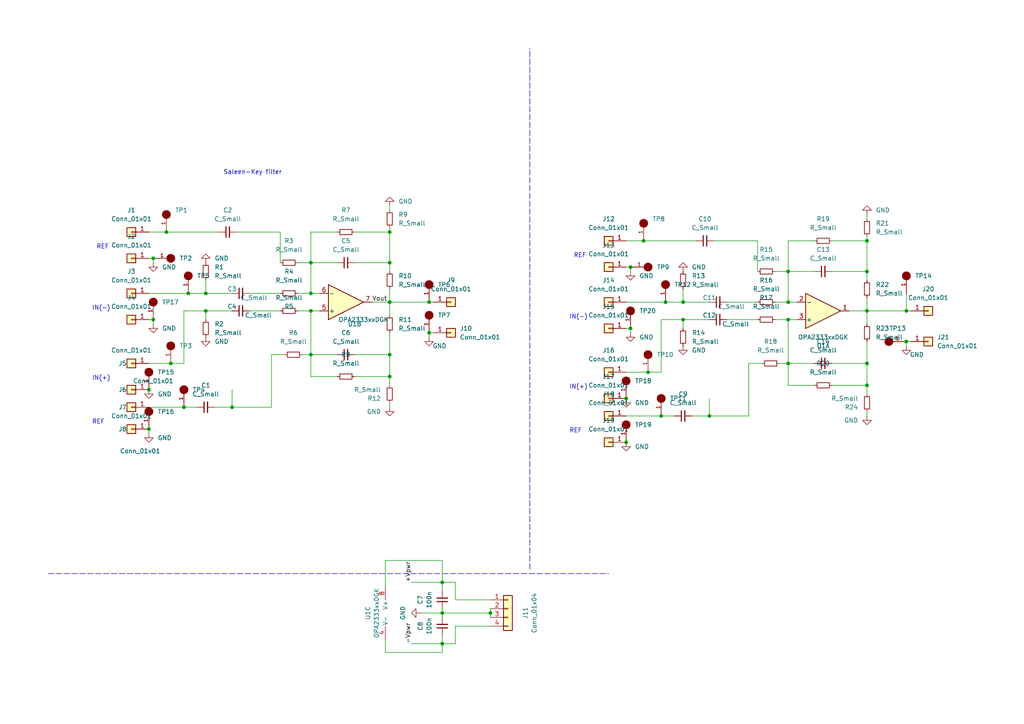
<source format=kicad_sch>
(kicad_sch (version 20211123) (generator eeschema)
  (paper "A4")
  (lib_symbols
    (symbol "Amplifier_Operational:OPA2333xxDGK" (pin_names (offset 0.127))
      (property "Reference" "U" (at 0 5.08 0))
      (property "Value" "OPA2333xxDGK" (at 0 -5.08 0))
      (symbol "OPA2333xxDGK_1_1"
        (polyline (pts (xy -5.08 5.08) (xy 5.08 0) (xy -5.08 -5.08) (xy -5.08 5.08)) (stroke (width 0.254)) (fill (type background)))
        (pin output line (at 7.62 0 180) (length 2.54) (name "~") (number "1"))
        (pin input line (at -7.62 -2.54 0) (length 2.54) (name "-") (number "2"))
        (pin input line (at -7.62 2.54 0) (length 2.54) (name "+") (number "3"))
      )
      (symbol "OPA2333xxDGK_2_1"
        (polyline (pts (xy -5.08 5.08) (xy 5.08 0) (xy -5.08 -5.08) (xy -5.08 5.08)) (stroke (width 0.254)) (fill (type background)))
        (pin input line (at -7.62 2.54 0) (length 2.54) (name "+") (number "5"))
        (pin input line (at -7.62 -2.54 0) (length 2.54) (name "-") (number "6"))
        (pin output line (at 7.62 0 180) (length 2.54) (name "~") (number "7"))
      )
      (symbol "OPA2333xxDGK_3_1"
        (pin power_in line (at -2.54 -7.62 90) (length 3.81) (name "V-") (number "4"))
        (pin power_in line (at -2.54 7.62 270) (length 3.81) (name "V+") (number "8"))
      )
    )
    (symbol "Connector_Generic:Conn_01x01" (pin_names (offset 1.016) hide)
      (property "Reference" "J" (at 0 2.54 0))
      (property "Value" "Conn_01x01" (at 0 -2.54 0))
      (symbol "Conn_01x01_1_1"
        (rectangle (start -1.27 0.127) (end 0 -0.127) (stroke (width 0.1524)))
        (rectangle (start -1.27 1.27) (end 1.27 -1.27) (stroke (width 0.254)) (fill (type background)))
        (pin passive line (at -5.08 0 0) (length 3.81) (name "Pin_1") (number "1"))
      )
    )
    (symbol "Connector_Generic:Conn_01x04" (pin_names (offset 1.016) hide)
      (property "Reference" "J" (at 0 5.08 0))
      (property "Value" "Conn_01x04" (at 0 -7.62 0))
      (symbol "Conn_01x04_1_1"
        (rectangle (start -1.27 -4.953) (end 0 -5.207) (stroke (width 0.1524)))
        (rectangle (start -1.27 -2.413) (end 0 -2.667) (stroke (width 0.1524)))
        (rectangle (start -1.27 0.127) (end 0 -0.127) (stroke (width 0.1524)))
        (rectangle (start -1.27 2.667) (end 0 2.413) (stroke (width 0.1524)))
        (rectangle (start -1.27 3.81) (end 1.27 -6.35) (stroke (width 0.254)) (fill (type background)))
        (pin passive line (at -5.08 2.54 0) (length 3.81) (name "Pin_1") (number "1"))
        (pin passive line (at -5.08 0 0) (length 3.81) (name "Pin_2") (number "2"))
        (pin passive line (at -5.08 -2.54 0) (length 3.81) (name "Pin_3") (number "3"))
        (pin passive line (at -5.08 -5.08 0) (length 3.81) (name "Pin_4") (number "4"))
      )
    )
    (symbol "Device:C_Small" (pin_numbers hide) (pin_names (offset 0.254) hide)
      (property "Reference" "C" (at 0.254 1.778 0))
      (property "Value" "C_Small" (at 0.254 -2.032 0))
      (symbol "C_Small_0_1"
        (polyline (pts (xy -1.524 -0.508) (xy 1.524 -0.508)) (stroke (width 0.3302)))
        (polyline (pts (xy -1.524 0.508) (xy 1.524 0.508)) (stroke (width 0.3048)))
      )
      (symbol "C_Small_1_1"
        (pin passive line (at 0 2.54 270) (length 2.032) (name "~") (number "1"))
        (pin passive line (at 0 -2.54 90) (length 2.032) (name "~") (number "2"))
      )
    )
    (symbol "Device:R_Small" (pin_numbers hide) (pin_names (offset 0.254) hide)
      (property "Reference" "R" (at 0.762 0.508 0))
      (property "Value" "R_Small" (at 0.762 -1.016 0))
      (symbol "R_Small_0_1"
        (rectangle (start -0.762 1.778) (end 0.762 -1.778) (stroke (width 0.2032)))
      )
      (symbol "R_Small_1_1"
        (pin passive line (at 0 2.54 270) (length 0.762) (name "~") (number "1"))
        (pin passive line (at 0 -2.54 90) (length 0.762) (name "~") (number "2"))
      )
    )
    (symbol "MyLib:RCWCTE" (pin_names (offset 1.016))
      (property "Reference" "TP" (at -2.5444 2.5415 0))
      (property "Value" "RCWCTE" (at -2.55 -5.0866 0))
      (symbol "RCWCTE_0_0"
        (circle (center 0 0) (radius 0.635) (stroke (width 1.27)))
        (pin passive line (at -5.08 0 0) (length 5.08) (name "~") (number "1"))
      )
    )
    (symbol "power:GND" (power) (pin_names (offset 0))
      (property "Value" "GND" (at 0 -3.81 0))
      (symbol "GND_0_1"
        (polyline (pts (xy 0 0) (xy 0 -1.27) (xy 1.27 -1.27) (xy 0 -2.54) (xy -1.27 -1.27) (xy 0 -1.27)))
      )
      (symbol "GND_1_1"
        (pin power_in line (at 0 0 270) (length 0) hide (name "GND") (number "1"))
      )
    )
  )
  (junction (at 228.6 78.74))
  (junction (at 59.69 85.09))
  (junction (at 228.6 105.41))
  (junction (at 59.69 90.17))
  (junction (at 205.74 120.65))
  (junction (at 182.88 95.25))
  (junction (at 142.24 177.8))
  (junction (at 90.17 90.17))
  (junction (at 198.12 87.63))
  (junction (at 181.61 128.27))
  (junction (at 251.46 78.74))
  (junction (at 90.17 102.87))
  (junction (at 113.03 109.22))
  (junction (at 198.12 92.71))
  (junction (at 90.17 85.09))
  (junction (at 128.27 168.91))
  (junction (at 128.27 186.69))
  (junction (at 44.45 74.93))
  (junction (at 113.03 87.63))
  (junction (at 113.03 76.2))
  (junction (at 113.03 67.31))
  (junction (at 251.46 69.85))
  (junction (at 228.6 92.71))
  (junction (at 67.31 118.11))
  (junction (at 186.69 69.85))
  (junction (at 124.46 87.63))
  (junction (at 182.88 77.47))
  (junction (at 193.04 87.63))
  (junction (at 113.03 102.87))
  (junction (at 43.18 113.03))
  (junction (at 44.45 92.71))
  (junction (at 181.61 115.57))
  (junction (at 124.46 96.52))
  (junction (at 54.61 85.09))
  (junction (at 43.18 124.46))
  (junction (at 262.89 99.06))
  (junction (at 90.17 76.2))
  (junction (at 251.46 105.41))
  (junction (at 187.96 107.95))
  (junction (at 251.46 111.76))
  (junction (at 191.77 120.65))
  (junction (at 53.34 118.11))
  (junction (at 49.53 105.41))
  (junction (at 228.6 87.63))
  (junction (at 251.46 90.17))
  (junction (at 48.26 67.31))
  (junction (at 128.27 177.8))
  (junction (at 262.89 90.17))
  (wire (pts (xy 90.17 102.87) (xy 90.17 90.17)))
  (wire (pts (xy 205.74 92.71) (xy 198.12 92.71)))
  (wire (pts (xy 181.61 77.47) (xy 182.88 77.47)))
  (wire (pts (xy 113.03 109.22) (xy 113.03 102.87)))
  (wire (pts (xy 224.79 78.74) (xy 228.6 78.74)))
  (wire (pts (xy 53.34 90.17) (xy 59.69 90.17)))
  (wire (pts (xy 102.87 102.87) (xy 113.03 102.87)))
  (wire (pts (xy 210.82 87.63) (xy 219.71 87.63)))
  (wire (pts (xy 113.03 66.04) (xy 113.03 67.31)))
  (wire (pts (xy 48.26 67.31) (xy 63.5 67.31)))
  (wire (pts (xy 132.08 181.61) (xy 142.24 181.61)))
  (wire (pts (xy 128.27 171.45) (xy 128.27 168.91)))
  (wire (pts (xy 102.87 109.22) (xy 113.03 109.22)))
  (wire (pts (xy 128.27 177.8) (xy 142.24 177.8)))
  (wire (pts (xy 251.46 86.36) (xy 251.46 90.17)))
  (wire (pts (xy 62.23 118.11) (xy 67.31 118.11)))
  (wire (pts (xy 251.46 111.76) (xy 251.46 114.3)))
  (wire (pts (xy 90.17 102.87) (xy 97.79 102.87)))
  (wire (pts (xy 200.66 120.65) (xy 205.74 120.65)))
  (wire (pts (xy 87.63 102.87) (xy 90.17 102.87)))
  (wire (pts (xy 111.76 162.56) (xy 128.27 162.56)))
  (wire (pts (xy 236.22 69.85) (xy 228.6 69.85)))
  (wire (pts (xy 43.18 92.71) (xy 44.45 92.71)))
  (wire (pts (xy 125.73 96.52) (xy 124.46 96.52)))
  (wire (pts (xy 193.04 87.63) (xy 198.12 87.63)))
  (wire (pts (xy 210.82 92.71) (xy 219.71 92.71)))
  (wire (pts (xy 142.24 179.07) (xy 142.24 177.8)))
  (wire (pts (xy 78.74 102.87) (xy 82.55 102.87)))
  (wire (pts (xy 228.6 69.85) (xy 228.6 78.74)))
  (wire (pts (xy 67.31 113.03) (xy 67.31 118.11)))
  (wire (pts (xy 43.18 105.41) (xy 49.53 105.41)))
  (wire (pts (xy 198.12 92.71) (xy 198.12 95.25)))
  (wire (pts (xy 90.17 76.2) (xy 90.17 85.09)))
  (wire (pts (xy 187.96 107.95) (xy 191.77 107.95)))
  (wire (pts (xy 121.92 177.8) (xy 128.27 177.8)))
  (wire (pts (xy 205.74 115.57) (xy 205.74 120.65)))
  (wire (pts (xy 181.61 69.85) (xy 186.69 69.85)))
  (wire (pts (xy 44.45 74.93) (xy 44.45 76.2)))
  (wire (pts (xy 86.36 90.17) (xy 90.17 90.17)))
  (wire (pts (xy 228.6 105.41) (xy 236.22 105.41)))
  (wire (pts (xy 44.45 92.71) (xy 44.45 93.98)))
  (wire (pts (xy 128.27 186.69) (xy 132.08 186.69)))
  (wire (pts (xy 251.46 90.17) (xy 246.38 90.17)))
  (wire (pts (xy 113.03 87.63) (xy 107.95 87.63)))
  (wire (pts (xy 191.77 120.65) (xy 195.58 120.65)))
  (wire (pts (xy 132.08 173.99) (xy 132.08 168.91)))
  (wire (pts (xy 102.87 67.31) (xy 113.03 67.31)))
  (wire (pts (xy 43.18 85.09) (xy 54.61 85.09)))
  (wire (pts (xy 191.77 92.71) (xy 198.12 92.71)))
  (wire (pts (xy 113.03 102.87) (xy 113.03 96.52)))
  (wire (pts (xy 113.03 59.69) (xy 113.03 60.96)))
  (wire (pts (xy 251.46 62.23) (xy 251.46 63.5)))
  (wire (pts (xy 207.01 69.85) (xy 219.71 69.85)))
  (wire (pts (xy 81.28 67.31) (xy 81.28 76.2)))
  (wire (pts (xy 224.79 92.71) (xy 228.6 92.71)))
  (wire (pts (xy 49.53 105.41) (xy 53.34 105.41)))
  (wire (pts (xy 113.03 76.2) (xy 113.03 78.74)))
  (wire (pts (xy 67.31 90.17) (xy 59.69 90.17)))
  (wire (pts (xy 128.27 179.07) (xy 128.27 177.8)))
  (polyline (pts (xy 13.97 166.37) (xy 176.53 166.37)))
  (wire (pts (xy 113.03 87.63) (xy 124.46 87.63)))
  (wire (pts (xy 111.76 185.42) (xy 111.76 189.23)))
  (wire (pts (xy 86.36 85.09) (xy 90.17 85.09)))
  (wire (pts (xy 132.08 173.99) (xy 142.24 173.99)))
  (wire (pts (xy 251.46 68.58) (xy 251.46 69.85)))
  (wire (pts (xy 59.69 90.17) (xy 59.69 92.71)))
  (wire (pts (xy 124.46 87.63) (xy 125.73 87.63)))
  (wire (pts (xy 198.12 87.63) (xy 205.74 87.63)))
  (wire (pts (xy 86.36 76.2) (xy 90.17 76.2)))
  (wire (pts (xy 228.6 92.71) (xy 231.14 92.71)))
  (wire (pts (xy 251.46 111.76) (xy 251.46 105.41)))
  (wire (pts (xy 113.03 67.31) (xy 113.03 76.2)))
  (wire (pts (xy 43.18 124.46) (xy 43.18 125.73)))
  (wire (pts (xy 111.76 170.18) (xy 111.76 162.56)))
  (wire (pts (xy 119.38 186.69) (xy 128.27 186.69)))
  (wire (pts (xy 43.18 67.31) (xy 48.26 67.31)))
  (wire (pts (xy 217.17 120.65) (xy 217.17 105.41)))
  (wire (pts (xy 228.6 111.76) (xy 228.6 105.41)))
  (wire (pts (xy 119.38 168.91) (xy 128.27 168.91)))
  (wire (pts (xy 241.3 111.76) (xy 251.46 111.76)))
  (wire (pts (xy 59.69 85.09) (xy 67.31 85.09)))
  (wire (pts (xy 186.69 69.85) (xy 201.93 69.85)))
  (wire (pts (xy 59.69 81.28) (xy 59.69 85.09)))
  (wire (pts (xy 128.27 186.69) (xy 128.27 184.15)))
  (wire (pts (xy 217.17 105.41) (xy 220.98 105.41)))
  (wire (pts (xy 262.89 85.09) (xy 262.89 90.17)))
  (wire (pts (xy 53.34 118.11) (xy 57.15 118.11)))
  (wire (pts (xy 228.6 87.63) (xy 231.14 87.63)))
  (wire (pts (xy 113.03 109.22) (xy 113.03 111.76)))
  (wire (pts (xy 228.6 105.41) (xy 228.6 92.71)))
  (wire (pts (xy 90.17 85.09) (xy 92.71 85.09)))
  (wire (pts (xy 228.6 78.74) (xy 228.6 87.63)))
  (wire (pts (xy 241.3 105.41) (xy 251.46 105.41)))
  (wire (pts (xy 236.22 111.76) (xy 228.6 111.76)))
  (wire (pts (xy 251.46 105.41) (xy 251.46 99.06)))
  (wire (pts (xy 90.17 67.31) (xy 90.17 76.2)))
  (wire (pts (xy 67.31 118.11) (xy 78.74 118.11)))
  (wire (pts (xy 241.3 69.85) (xy 251.46 69.85)))
  (wire (pts (xy 219.71 69.85) (xy 219.71 78.74)))
  (wire (pts (xy 224.79 87.63) (xy 228.6 87.63)))
  (wire (pts (xy 54.61 85.09) (xy 59.69 85.09)))
  (wire (pts (xy 132.08 181.61) (xy 132.08 186.69)))
  (wire (pts (xy 53.34 105.41) (xy 53.34 90.17)))
  (wire (pts (xy 90.17 90.17) (xy 92.71 90.17)))
  (wire (pts (xy 262.89 90.17) (xy 264.16 90.17)))
  (wire (pts (xy 251.46 93.98) (xy 251.46 90.17)))
  (wire (pts (xy 182.88 77.47) (xy 182.88 78.74)))
  (wire (pts (xy 97.79 76.2) (xy 90.17 76.2)))
  (wire (pts (xy 72.39 85.09) (xy 81.28 85.09)))
  (wire (pts (xy 90.17 109.22) (xy 90.17 102.87)))
  (wire (pts (xy 251.46 119.38) (xy 251.46 120.65)))
  (wire (pts (xy 251.46 78.74) (xy 251.46 81.28)))
  (wire (pts (xy 262.89 99.06) (xy 262.89 100.33)))
  (wire (pts (xy 68.58 67.31) (xy 81.28 67.31)))
  (wire (pts (xy 182.88 95.25) (xy 182.88 96.52)))
  (wire (pts (xy 264.16 99.06) (xy 262.89 99.06)))
  (wire (pts (xy 181.61 107.95) (xy 187.96 107.95)))
  (polyline (pts (xy 153.67 165.1) (xy 153.67 13.97)))
  (wire (pts (xy 181.61 120.65) (xy 191.77 120.65)))
  (wire (pts (xy 113.03 116.84) (xy 113.03 118.11)))
  (wire (pts (xy 128.27 177.8) (xy 128.27 176.53)))
  (wire (pts (xy 113.03 83.82) (xy 113.03 87.63)))
  (wire (pts (xy 236.22 78.74) (xy 228.6 78.74)))
  (wire (pts (xy 102.87 76.2) (xy 113.03 76.2)))
  (wire (pts (xy 124.46 96.52) (xy 124.46 97.79)))
  (wire (pts (xy 181.61 95.25) (xy 182.88 95.25)))
  (wire (pts (xy 128.27 162.56) (xy 128.27 168.91)))
  (wire (pts (xy 78.74 118.11) (xy 78.74 102.87)))
  (wire (pts (xy 113.03 91.44) (xy 113.03 87.63)))
  (wire (pts (xy 97.79 67.31) (xy 90.17 67.31)))
  (wire (pts (xy 191.77 107.95) (xy 191.77 92.71)))
  (wire (pts (xy 142.24 177.8) (xy 142.24 176.53)))
  (wire (pts (xy 251.46 90.17) (xy 262.89 90.17)))
  (wire (pts (xy 111.76 189.23) (xy 128.27 189.23)))
  (wire (pts (xy 181.61 87.63) (xy 193.04 87.63)))
  (wire (pts (xy 198.12 83.82) (xy 198.12 87.63)))
  (wire (pts (xy 251.46 69.85) (xy 251.46 78.74)))
  (wire (pts (xy 43.18 118.11) (xy 53.34 118.11)))
  (wire (pts (xy 205.74 120.65) (xy 217.17 120.65)))
  (wire (pts (xy 72.39 90.17) (xy 81.28 90.17)))
  (wire (pts (xy 97.79 109.22) (xy 90.17 109.22)))
  (wire (pts (xy 128.27 189.23) (xy 128.27 186.69)))
  (wire (pts (xy 241.3 78.74) (xy 251.46 78.74)))
  (wire (pts (xy 128.27 168.91) (xy 132.08 168.91)))
  (wire (pts (xy 226.06 105.41) (xy 228.6 105.41)))
  (wire (pts (xy 43.18 74.93) (xy 44.45 74.93)))
  (text "IN(-)" (at 165.1 92.71 0) (effects (font (size 1.27 1.27)) (justify left bottom)))
  (text "IN(+)\n" (at 165.1 113.03 0) (effects (font (size 1.27 1.27)) (justify left bottom)))
  (text "Saleen-Key filter\n" (at 64.77 50.8 0) (effects (font (size 1.27 1.27)) (justify left bottom)))
  (text "IN(-)" (at 26.67 90.17 0) (effects (font (size 1.27 1.27)) (justify left bottom)))
  (text "REF" (at 166.37 74.93 0) (effects (font (size 1.27 1.27)) (justify left bottom)))
  (text "REF" (at 27.94 72.39 0) (effects (font (size 1.27 1.27)) (justify left bottom)))
  (text "IN(+)\n" (at 26.67 110.49 0) (effects (font (size 1.27 1.27)) (justify left bottom)))
  (text "REF" (at 26.67 123.19 0) (effects (font (size 1.27 1.27)) (justify left bottom)))
  (text "REF" (at 165.1 125.73 0) (effects (font (size 1.27 1.27)) (justify left bottom)))
  (label "-Vpwr" (at 119.38 186.69 90))
  (label "+Vpwr" (at 119.38 168.91 90))
  (label "Vout" (at 107.95 87.63 0))
  (symbol (lib_id "Amplifier_Operational:OPA2333xxDGK") (at 114.3 177.8 0) (unit 3)
    (property "Reference" "U1" (at 106.68 177.8 90))
    (property "Value" "OPA2333xxDGK" (at 109.22 177.8 90))
    (property "Footprint" "Package_SO:TSSOP-8_3x3mm_P0.65mm" (effects hide))
    (property "Datasheet" "http://www.ti.com/lit/ds/symlink/opa333.pdf" (effects hide))
  )
  (symbol (lib_id "Connector_Generic:Conn_01x01") (at 176.53 120.65 180) (unit 1)
    (property "Reference" "J18" (at 176.53 114.3 0))
    (property "Value" "Conn_01x01" (at 176.53 116.84 0))
    (property "Footprint" "TestPoint:TestPoint_THTPad_2.0x2.0mm_Drill1.0mm" (effects hide))
  )
  (symbol (lib_id "Device:R_Small") (at 83.82 85.09 270) (unit 1)
    (property "Reference" "R4" (at 83.82 78.74 90))
    (property "Value" "R_Small" (at 83.82 81.28 90))
    (property "Footprint" "Resistor_SMD:R_0805_2012Metric_Pad1.20x1.40mm_HandSolder" (effects hide))
  )
  (symbol (lib_id "power:GND") (at 43.18 125.73 0) (unit 1)
    (property "Reference" "#PWR02" (effects hide))
    (property "Value" "GND" (at 45.72 126.9999 0) (effects (justify left)))
  )
  (symbol (lib_id "power:GND") (at 43.18 113.03 0) (unit 1)
    (property "Reference" "#PWR01" (effects hide))
    (property "Value" "GND" (at 45.72 114.2999 0) (effects (justify left)))
  )
  (symbol (lib_id "Connector_Generic:Conn_01x01") (at 176.53 87.63 180) (unit 1)
    (property "Reference" "J14" (at 176.53 81.28 0))
    (property "Value" "Conn_01x01" (at 176.53 83.82 0))
    (property "Footprint" "TestPoint:TestPoint_THTPad_2.0x2.0mm_Drill1.0mm" (effects hide))
  )
  (symbol (lib_id "MyLib:RCWCTE") (at 49.53 100.33 90) (unit 1)
    (property "Reference" "TP3" (at 52.07 100.3299 90) (effects (justify right)))
    (property "Value" "RCWCTE" (effects hide))
    (property "Footprint" "MyLib:TP420X150" (effects hide))
    (property "STANDARD" "Manufacturer Recommendations" (effects hide))
    (property "PARTREV" "1/06/14" (effects hide))
    (property "MAXIMUM_PACKAGE_HEIGHT" "2 mm" (effects hide))
    (property "MANUFACTURER" "KOA Speer" (effects hide))
    (property "SNAPEDA_PN" "RCWCTE" (effects hide))
  )
  (symbol (lib_id "Connector_Generic:Conn_01x04") (at 147.32 176.53 0) (unit 1)
    (property "Reference" "J11" (at 152.4 177.8 90))
    (property "Value" "Conn_01x04" (at 154.94 177.8 90))
    (property "Footprint" "Connector_PinHeader_2.54mm:PinHeader_1x04_P2.54mm_Vertical" (effects hide))
  )
  (symbol (lib_id "Connector_Generic:Conn_01x01") (at 176.53 107.95 180) (unit 1)
    (property "Reference" "J16" (at 176.53 101.6 0))
    (property "Value" "Conn_01x01" (at 176.53 104.14 0))
    (property "Footprint" "TestPoint:TestPoint_THTPad_2.0x2.0mm_Drill1.0mm" (effects hide))
  )
  (symbol (lib_id "Device:R_Small") (at 238.76 111.76 90) (unit 1)
    (property "Reference" "R20" (at 238.76 105.41 90))
    (property "Value" "R_Small" (at 238.76 107.95 90))
    (property "Footprint" "Resistor_SMD:R_0805_2012Metric_Pad1.20x1.40mm_HandSolder" (effects hide))
  )
  (symbol (lib_id "MyLib:RCWCTE") (at 124.46 82.55 90) (unit 1)
    (property "Reference" "TP6" (at 127 82.5499 90) (effects (justify right)))
    (property "Value" "RCWCTE" (effects hide))
    (property "Footprint" "MyLib:TP420X150" (effects hide))
    (property "STANDARD" "Manufacturer Recommendations" (effects hide))
    (property "PARTREV" "1/06/14" (effects hide))
    (property "MAXIMUM_PACKAGE_HEIGHT" "2 mm" (effects hide))
    (property "MANUFACTURER" "KOA Speer" (effects hide))
    (property "SNAPEDA_PN" "RCWCTE" (effects hide))
  )
  (symbol (lib_id "MyLib:RCWCTE") (at 181.61 110.49 90) (unit 1)
    (property "Reference" "TP18" (at 184.15 110.4899 90) (effects (justify right)))
    (property "Value" "RCWCTE" (effects hide))
    (property "Footprint" "MyLib:TP420X150" (effects hide))
    (property "STANDARD" "Manufacturer Recommendations" (effects hide))
    (property "PARTREV" "1/06/14" (effects hide))
    (property "MAXIMUM_PACKAGE_HEIGHT" "2 mm" (effects hide))
    (property "MANUFACTURER" "KOA Speer" (effects hide))
    (property "SNAPEDA_PN" "RCWCTE" (effects hide))
  )
  (symbol (lib_id "Connector_Generic:Conn_01x01") (at 176.53 77.47 180) (unit 1)
    (property "Reference" "J13" (at 176.53 71.12 0))
    (property "Value" "Conn_01x01" (at 176.53 73.66 0))
    (property "Footprint" "TestPoint:TestPoint_THTPad_D2.0mm_Drill1.0mm" (effects hide))
  )
  (symbol (lib_id "Connector_Generic:Conn_01x01") (at 38.1 67.31 180) (unit 1)
    (property "Reference" "J1" (at 38.1 60.96 0))
    (property "Value" "Conn_01x01" (at 38.1 63.5 0))
    (property "Footprint" "TestPoint:TestPoint_THTPad_2.0x2.0mm_Drill1.0mm" (effects hide))
  )
  (symbol (lib_id "Device:R_Small") (at 222.25 87.63 270) (unit 1)
    (property "Reference" "R16" (at 222.25 81.28 90))
    (property "Value" "R_Small" (at 222.25 83.82 90))
    (property "Footprint" "Resistor_SMD:R_0805_2012Metric_Pad1.20x1.40mm_HandSolder" (effects hide))
  )
  (symbol (lib_id "Device:C_Small") (at 100.33 76.2 90) (unit 1)
    (property "Reference" "C5" (at 100.3363 69.85 90))
    (property "Value" "C_Small" (at 100.3363 72.39 90))
    (property "Footprint" "Capacitor_SMD:C_0805_2012Metric_Pad1.18x1.45mm_HandSolder" (effects hide))
  )
  (symbol (lib_id "MyLib:RCWCTE") (at 44.45 87.63 90) (unit 1)
    (property "Reference" "TP17" (at 46.99 87.6299 90) (effects (justify right)))
    (property "Value" "RCWCTE" (effects hide))
    (property "Footprint" "MyLib:TP420X150" (effects hide))
    (property "STANDARD" "Manufacturer Recommendations" (effects hide))
    (property "PARTREV" "1/06/14" (effects hide))
    (property "MAXIMUM_PACKAGE_HEIGHT" "2 mm" (effects hide))
    (property "MANUFACTURER" "KOA Speer" (effects hide))
    (property "SNAPEDA_PN" "RCWCTE" (effects hide))
  )
  (symbol (lib_id "Device:C_Small") (at 66.04 67.31 90) (unit 1)
    (property "Reference" "C2" (at 66.0463 60.96 90))
    (property "Value" "C_Small" (at 66.0463 63.5 90))
    (property "Footprint" "Capacitor_SMD:C_0805_2012Metric_Pad1.18x1.45mm_HandSolder" (effects hide))
  )
  (symbol (lib_id "Device:R_Small") (at 113.03 114.3 0) (unit 1)
    (property "Reference" "R12" (at 110.49 115.5701 0) (effects (justify right)))
    (property "Value" "R_Small" (at 110.49 113.0301 0) (effects (justify right)))
    (property "Footprint" "Resistor_SMD:R_0805_2012Metric_Pad1.20x1.40mm_HandSolder" (effects hide))
  )
  (symbol (lib_id "power:GND") (at 198.12 100.33 0) (unit 1)
    (property "Reference" "#PWR016" (effects hide))
    (property "Value" "GND" (at 200.66 101.5999 0) (effects (justify left)))
  )
  (symbol (lib_id "power:GND") (at 59.69 76.2 180) (unit 1)
    (property "Reference" "#PWR05" (effects hide))
    (property "Value" "GND" (at 62.23 74.9299 0) (effects (justify right)))
  )
  (symbol (lib_id "Device:C_Small") (at 69.85 85.09 90) (unit 1)
    (property "Reference" "C3" (at 67.31 83.82 90))
    (property "Value" "C_Small" (at 73.66 86.36 90))
    (property "Footprint" "Capacitor_SMD:C_0805_2012Metric_Pad1.18x1.45mm_HandSolder" (effects hide))
  )
  (symbol (lib_id "Device:R_Small") (at 198.12 81.28 180) (unit 1)
    (property "Reference" "R13" (at 200.66 80.0099 0) (effects (justify right)))
    (property "Value" "R_Small" (at 200.66 82.5499 0) (effects (justify right)))
    (property "Footprint" "Resistor_SMD:R_0805_2012Metric_Pad1.20x1.40mm_HandSolder" (effects hide))
  )
  (symbol (lib_id "Connector_Generic:Conn_01x01") (at 269.24 90.17 0) (mirror x) (unit 1)
    (property "Reference" "J20" (at 269.24 83.82 0))
    (property "Value" "Conn_01x01" (at 269.24 86.36 0))
    (property "Footprint" "TestPoint:TestPoint_THTPad_2.0x2.0mm_Drill1.0mm" (effects hide))
  )
  (symbol (lib_id "Device:C_Small") (at 208.28 87.63 90) (unit 1)
    (property "Reference" "C11" (at 205.74 86.36 90))
    (property "Value" "C_Small" (at 212.09 88.9 90))
    (property "Footprint" "Capacitor_SMD:C_0805_2012Metric_Pad1.18x1.45mm_HandSolder" (effects hide))
  )
  (symbol (lib_id "power:GND") (at 113.03 59.69 180) (unit 1)
    (property "Reference" "#PWR07" (effects hide))
    (property "Value" "GND" (at 115.57 58.4199 0) (effects (justify right)))
  )
  (symbol (lib_id "MyLib:RCWCTE") (at 257.81 99.06 180) (unit 1)
    (property "Reference" "TP13" (at 260.35 95.25 0))
    (property "Value" "RCWCTE" (effects hide))
    (property "Footprint" "MyLib:TP420X150" (effects hide))
    (property "STANDARD" "Manufacturer Recommendations" (effects hide))
    (property "PARTREV" "1/06/14" (effects hide))
    (property "MAXIMUM_PACKAGE_HEIGHT" "2 mm" (effects hide))
    (property "MANUFACTURER" "KOA Speer" (effects hide))
    (property "SNAPEDA_PN" "RCWCTE" (effects hide))
  )
  (symbol (lib_id "Device:R_Small") (at 59.69 78.74 180) (unit 1)
    (property "Reference" "R1" (at 62.23 77.4699 0) (effects (justify right)))
    (property "Value" "R_Small" (at 62.23 80.0099 0) (effects (justify right)))
    (property "Footprint" "Resistor_SMD:R_0805_2012Metric_Pad1.20x1.40mm_HandSolder" (effects hide))
  )
  (symbol (lib_id "power:GND") (at 251.46 120.65 0) (unit 1)
    (property "Reference" "#PWR018" (effects hide))
    (property "Value" "GND" (at 248.92 121.9201 0) (effects (justify right)))
  )
  (symbol (lib_id "Connector_Generic:Conn_01x01") (at 130.81 96.52 0) (unit 1)
    (property "Reference" "J10" (at 133.35 95.2499 0) (effects (justify left)))
    (property "Value" "Conn_01x01" (at 133.35 97.7899 0) (effects (justify left)))
    (property "Footprint" "TestPoint:TestPoint_THTPad_D2.0mm_Drill1.0mm" (effects hide))
  )
  (symbol (lib_id "Device:R_Small") (at 223.52 105.41 270) (unit 1)
    (property "Reference" "R18" (at 223.52 99.06 90))
    (property "Value" "R_Small" (at 223.52 101.6 90))
    (property "Footprint" "Resistor_SMD:R_0805_2012Metric_Pad1.20x1.40mm_HandSolder" (effects hide))
  )
  (symbol (lib_id "Connector_Generic:Conn_01x01") (at 38.1 74.93 180) (unit 1)
    (property "Reference" "J2" (at 38.1 68.58 0))
    (property "Value" "Conn_01x01" (at 38.1 71.12 0))
    (property "Footprint" "TestPoint:TestPoint_THTPad_D2.0mm_Drill1.0mm" (effects hide))
  )
  (symbol (lib_id "Connector_Generic:Conn_01x01") (at 38.1 124.46 180) (unit 1)
    (property "Reference" "J8" (at 35.56 124.46 0))
    (property "Value" "Conn_01x01" (at 40.64 130.81 0))
    (property "Footprint" "TestPoint:TestPoint_THTPad_D2.0mm_Drill1.0mm" (effects hide))
  )
  (symbol (lib_id "MyLib:RCWCTE") (at 191.77 115.57 90) (unit 1)
    (property "Reference" "TP11" (at 194.31 115.5699 90) (effects (justify right)))
    (property "Value" "RCWCTE" (effects hide))
    (property "Footprint" "MyLib:TP420X150" (effects hide))
    (property "STANDARD" "Manufacturer Recommendations" (effects hide))
    (property "PARTREV" "1/06/14" (effects hide))
    (property "MAXIMUM_PACKAGE_HEIGHT" "2 mm" (effects hide))
    (property "MANUFACTURER" "KOA Speer" (effects hide))
    (property "SNAPEDA_PN" "RCWCTE" (effects hide))
  )
  (symbol (lib_id "Device:C_Small") (at 100.33 102.87 90) (unit 1)
    (property "Reference" "C6" (at 100.3363 96.52 90))
    (property "Value" "C_Small" (at 100.3363 99.06 90))
    (property "Footprint" "Capacitor_SMD:C_0805_2012Metric_Pad1.18x1.45mm_HandSolder" (effects hide))
  )
  (symbol (lib_id "Connector_Generic:Conn_01x01") (at 176.53 115.57 180) (unit 1)
    (property "Reference" "J17" (at 176.53 109.22 0))
    (property "Value" "Conn_01x01" (at 176.53 111.76 0))
    (property "Footprint" "TestPoint:TestPoint_THTPad_D2.0mm_Drill1.0mm" (effects hide))
  )
  (symbol (lib_id "MyLib:RCWCTE") (at 262.89 80.01 90) (unit 1)
    (property "Reference" "TP14" (at 265.43 80.0099 90) (effects (justify right)))
    (property "Value" "RCWCTE" (effects hide))
    (property "Footprint" "MyLib:TP420X150" (effects hide))
    (property "STANDARD" "Manufacturer Recommendations" (effects hide))
    (property "PARTREV" "1/06/14" (effects hide))
    (property "MAXIMUM_PACKAGE_HEIGHT" "2 mm" (effects hide))
    (property "MANUFACTURER" "KOA Speer" (effects hide))
    (property "SNAPEDA_PN" "RCWCTE" (effects hide))
  )
  (symbol (lib_id "Device:C_Small") (at 128.27 173.99 180) (unit 1)
    (property "Reference" "C7" (at 121.92 173.9837 90))
    (property "Value" "100n" (at 124.46 173.9837 90))
    (property "Footprint" "Capacitor_SMD:C_0603_1608Metric" (effects hide))
  )
  (symbol (lib_id "MyLib:RCWCTE") (at 187.96 102.87 90) (unit 1)
    (property "Reference" "TP10" (at 190.5 102.8699 90) (effects (justify right)))
    (property "Value" "RCWCTE" (effects hide))
    (property "Footprint" "MyLib:TP420X150" (effects hide))
    (property "STANDARD" "Manufacturer Recommendations" (effects hide))
    (property "PARTREV" "1/06/14" (effects hide))
    (property "MAXIMUM_PACKAGE_HEIGHT" "2 mm" (effects hide))
    (property "MANUFACTURER" "KOA Speer" (effects hide))
    (property "SNAPEDA_PN" "RCWCTE" (effects hide))
  )
  (symbol (lib_id "Device:C_Small") (at 128.27 181.61 180) (unit 1)
    (property "Reference" "C8" (at 121.92 181.6037 90))
    (property "Value" "100n" (at 124.46 181.6037 90))
    (property "Footprint" "Capacitor_SMD:C_0603_1608Metric" (effects hide))
  )
  (symbol (lib_id "MyLib:RCWCTE") (at 43.18 107.95 90) (unit 1)
    (property "Reference" "TP15" (at 45.72 107.9499 90) (effects (justify right)))
    (property "Value" "RCWCTE" (effects hide))
    (property "Footprint" "MyLib:TP420X150" (effects hide))
    (property "STANDARD" "Manufacturer Recommendations" (effects hide))
    (property "PARTREV" "1/06/14" (effects hide))
    (property "MAXIMUM_PACKAGE_HEIGHT" "2 mm" (effects hide))
    (property "MANUFACTURER" "KOA Speer" (effects hide))
    (property "SNAPEDA_PN" "RCWCTE" (effects hide))
  )
  (symbol (lib_id "Connector_Generic:Conn_01x01") (at 130.81 87.63 0) (mirror x) (unit 1)
    (property "Reference" "J9" (at 130.81 81.28 0))
    (property "Value" "Conn_01x01" (at 130.81 83.82 0))
    (property "Footprint" "TestPoint:TestPoint_THTPad_2.0x2.0mm_Drill1.0mm" (effects hide))
  )
  (symbol (lib_id "Device:R_Small") (at 113.03 81.28 180) (unit 1)
    (property "Reference" "R10" (at 115.57 80.0099 0) (effects (justify right)))
    (property "Value" "R_Small" (at 115.57 82.5499 0) (effects (justify right)))
    (property "Footprint" "Resistor_SMD:R_0805_2012Metric_Pad1.20x1.40mm_HandSolder" (effects hide))
  )
  (symbol (lib_id "MyLib:RCWCTE") (at 53.34 113.03 90) (unit 1)
    (property "Reference" "TP4" (at 55.88 113.0299 90) (effects (justify right)))
    (property "Value" "RCWCTE" (effects hide))
    (property "Footprint" "MyLib:TP420X150" (effects hide))
    (property "STANDARD" "Manufacturer Recommendations" (effects hide))
    (property "PARTREV" "1/06/14" (effects hide))
    (property "MAXIMUM_PACKAGE_HEIGHT" "2 mm" (effects hide))
    (property "MANUFACTURER" "KOA Speer" (effects hide))
    (property "SNAPEDA_PN" "RCWCTE" (effects hide))
  )
  (symbol (lib_id "power:GND") (at 182.88 78.74 0) (unit 1)
    (property "Reference" "#PWR013" (effects hide))
    (property "Value" "GND" (at 185.42 80.0099 0) (effects (justify left)))
  )
  (symbol (lib_id "MyLib:RCWCTE") (at 186.69 64.77 90) (unit 1)
    (property "Reference" "TP8" (at 189.23 63.4999 90) (effects (justify right)))
    (property "Value" "RCWCTE" (effects hide))
    (property "Footprint" "MyLib:TP420X150" (effects hide))
    (property "STANDARD" "Manufacturer Recommendations" (effects hide))
    (property "PARTREV" "1/06/14" (effects hide))
    (property "MAXIMUM_PACKAGE_HEIGHT" "2 mm" (effects hide))
    (property "MANUFACTURER" "KOA Speer" (effects hide))
    (property "SNAPEDA_PN" "RCWCTE" (effects hide))
  )
  (symbol (lib_id "Connector_Generic:Conn_01x01") (at 38.1 113.03 180) (unit 1)
    (property "Reference" "J6" (at 35.56 113.03 0))
    (property "Value" "Conn_01x01" (at 44.45 110.49 0))
    (property "Footprint" "TestPoint:TestPoint_THTPad_D2.0mm_Drill1.0mm" (effects hide))
  )
  (symbol (lib_id "Device:R_Small") (at 113.03 93.98 180) (unit 1)
    (property "Reference" "R11" (at 115.57 92.7099 0) (effects (justify right)))
    (property "Value" "R_Small" (at 115.57 95.2499 0) (effects (justify right)))
    (property "Footprint" "Resistor_SMD:R_0805_2012Metric_Pad1.20x1.40mm_HandSolder" (effects hide))
  )
  (symbol (lib_id "Device:R_Small") (at 198.12 97.79 180) (unit 1)
    (property "Reference" "R14" (at 200.66 96.5199 0) (effects (justify right)))
    (property "Value" "R_Small" (at 200.66 99.0599 0) (effects (justify right)))
    (property "Footprint" "Resistor_SMD:R_0805_2012Metric_Pad1.20x1.40mm_HandSolder" (effects hide))
  )
  (symbol (lib_id "Device:R_Small") (at 251.46 66.04 180) (unit 1)
    (property "Reference" "R21" (at 254 64.7699 0) (effects (justify right)))
    (property "Value" "R_Small" (at 254 67.3099 0) (effects (justify right)))
    (property "Footprint" "Resistor_SMD:R_0805_2012Metric_Pad1.20x1.40mm_HandSolder" (effects hide))
  )
  (symbol (lib_id "Connector_Generic:Conn_01x01") (at 176.53 95.25 180) (unit 1)
    (property "Reference" "J15" (at 176.53 88.9 0))
    (property "Value" "Conn_01x01" (at 176.53 91.44 0))
    (property "Footprint" "TestPoint:TestPoint_THTPad_D2.0mm_Drill1.0mm" (effects hide))
  )
  (symbol (lib_id "Device:R_Small") (at 222.25 78.74 270) (unit 1)
    (property "Reference" "R15" (at 222.25 72.39 90))
    (property "Value" "R_Small" (at 222.25 74.93 90))
    (property "Footprint" "Resistor_SMD:R_0805_2012Metric_Pad1.20x1.40mm_HandSolder" (effects hide))
  )
  (symbol (lib_id "Device:C_Small") (at 198.12 120.65 90) (unit 1)
    (property "Reference" "C9" (at 198.1263 114.3 90))
    (property "Value" "C_Small" (at 198.1263 116.84 90))
    (property "Footprint" "Capacitor_SMD:C_0805_2012Metric_Pad1.18x1.45mm_HandSolder" (effects hide))
  )
  (symbol (lib_id "MyLib:RCWCTE") (at 49.53 74.93 0) (unit 1)
    (property "Reference" "TP2" (at 52.07 74.9299 0) (effects (justify left)))
    (property "Value" "RCWCTE" (effects hide))
    (property "Footprint" "MyLib:TP420X150" (effects hide))
    (property "STANDARD" "Manufacturer Recommendations" (effects hide))
    (property "PARTREV" "1/06/14" (effects hide))
    (property "MAXIMUM_PACKAGE_HEIGHT" "2 mm" (effects hide))
    (property "MANUFACTURER" "KOA Speer" (effects hide))
    (property "SNAPEDA_PN" "RCWCTE" (effects hide))
  )
  (symbol (lib_id "Device:R_Small") (at 238.76 69.85 90) (unit 1)
    (property "Reference" "R19" (at 238.76 63.5 90))
    (property "Value" "R_Small" (at 238.76 66.04 90))
    (property "Footprint" "Resistor_SMD:R_0805_2012Metric_Pad1.20x1.40mm_HandSolder" (effects hide))
  )
  (symbol (lib_id "Connector_Generic:Conn_01x01") (at 176.53 128.27 180) (unit 1)
    (property "Reference" "J19" (at 176.53 121.92 0))
    (property "Value" "Conn_01x01" (at 176.53 124.46 0))
    (property "Footprint" "TestPoint:TestPoint_THTPad_D2.0mm_Drill1.0mm" (effects hide))
  )
  (symbol (lib_id "power:GND") (at 44.45 93.98 0) (unit 1)
    (property "Reference" "#PWR04" (effects hide))
    (property "Value" "GND" (at 46.99 95.2499 0) (effects (justify left)))
  )
  (symbol (lib_id "power:GND") (at 59.69 97.79 0) (unit 1)
    (property "Reference" "#PWR06" (effects hide))
    (property "Value" "GND" (at 62.23 99.0599 0) (effects (justify left)))
  )
  (symbol (lib_id "Device:R_Small") (at 83.82 76.2 270) (unit 1)
    (property "Reference" "R3" (at 83.82 69.85 90))
    (property "Value" "R_Small" (at 83.82 72.39 90))
    (property "Footprint" "Resistor_SMD:R_0805_2012Metric_Pad1.20x1.40mm_HandSolder" (effects hide))
  )
  (symbol (lib_id "power:GND") (at 121.92 177.8 270) (unit 1)
    (property "Reference" "#PWR09" (effects hide))
    (property "Value" "GND" (at 116.84 177.8 0))
  )
  (symbol (lib_id "Device:R_Small") (at 85.09 102.87 270) (unit 1)
    (property "Reference" "R6" (at 85.09 96.52 90))
    (property "Value" "R_Small" (at 85.09 99.06 90))
    (property "Footprint" "Resistor_SMD:R_0805_2012Metric_Pad1.20x1.40mm_HandSolder" (effects hide))
  )
  (symbol (lib_id "Connector_Generic:Conn_01x01") (at 38.1 118.11 180) (unit 1)
    (property "Reference" "J7" (at 35.56 118.11 0))
    (property "Value" "Conn_01x01" (at 38.1 120.65 0))
    (property "Footprint" "TestPoint:TestPoint_THTPad_2.0x2.0mm_Drill1.0mm" (effects hide))
  )
  (symbol (lib_id "power:GND") (at 181.61 128.27 0) (unit 1)
    (property "Reference" "#PWR012" (effects hide))
    (property "Value" "GND" (at 184.15 129.5399 0) (effects (justify left)))
  )
  (symbol (lib_id "Connector_Generic:Conn_01x01") (at 176.53 69.85 180) (unit 1)
    (property "Reference" "J12" (at 176.53 63.5 0))
    (property "Value" "Conn_01x01" (at 176.53 66.04 0))
    (property "Footprint" "TestPoint:TestPoint_THTPad_2.0x2.0mm_Drill1.0mm" (effects hide))
  )
  (symbol (lib_id "Device:R_Small") (at 113.03 63.5 180) (unit 1)
    (property "Reference" "R9" (at 115.57 62.2299 0) (effects (justify right)))
    (property "Value" "R_Small" (at 115.57 64.7699 0) (effects (justify right)))
    (property "Footprint" "Resistor_SMD:R_0805_2012Metric_Pad1.20x1.40mm_HandSolder" (effects hide))
  )
  (symbol (lib_id "Connector_Generic:Conn_01x01") (at 38.1 92.71 180) (unit 1)
    (property "Reference" "J4" (at 38.1 86.36 0))
    (property "Value" "Conn_01x01" (at 38.1 88.9 0))
    (property "Footprint" "TestPoint:TestPoint_THTPad_D2.0mm_Drill1.0mm" (effects hide))
  )
  (symbol (lib_id "MyLib:RCWCTE") (at 124.46 91.44 90) (unit 1)
    (property "Reference" "TP7" (at 127 91.4399 90) (effects (justify right)))
    (property "Value" "RCWCTE" (effects hide))
    (property "Footprint" "MyLib:TP420X150" (effects hide))
    (property "STANDARD" "Manufacturer Recommendations" (effects hide))
    (property "PARTREV" "1/06/14" (effects hide))
    (property "MAXIMUM_PACKAGE_HEIGHT" "2 mm" (effects hide))
    (property "MANUFACTURER" "KOA Speer" (effects hide))
    (property "SNAPEDA_PN" "RCWCTE" (effects hide))
  )
  (symbol (lib_id "MyLib:RCWCTE") (at 181.61 123.19 90) (unit 1)
    (property "Reference" "TP19" (at 184.15 123.1899 90) (effects (justify right)))
    (property "Value" "RCWCTE" (effects hide))
    (property "Footprint" "MyLib:TP420X150" (effects hide))
    (property "STANDARD" "Manufacturer Recommendations" (effects hide))
    (property "PARTREV" "1/06/14" (effects hide))
    (property "MAXIMUM_PACKAGE_HEIGHT" "2 mm" (effects hide))
    (property "MANUFACTURER" "KOA Speer" (effects hide))
    (property "SNAPEDA_PN" "RCWCTE" (effects hide))
  )
  (symbol (lib_id "Device:R_Small") (at 100.33 67.31 90) (unit 1)
    (property "Reference" "R7" (at 100.33 60.96 90))
    (property "Value" "R_Small" (at 100.33 63.5 90))
    (property "Footprint" "Resistor_SMD:R_0805_2012Metric_Pad1.20x1.40mm_HandSolder" (effects hide))
  )
  (symbol (lib_id "power:GND") (at 181.61 115.57 0) (unit 1)
    (property "Reference" "#PWR011" (effects hide))
    (property "Value" "GND" (at 184.15 116.8399 0) (effects (justify left)))
  )
  (symbol (lib_id "MyLib:RCWCTE") (at 182.88 90.17 90) (unit 1)
    (property "Reference" "TP20" (at 185.42 90.1699 90) (effects (justify right)))
    (property "Value" "RCWCTE" (effects hide))
    (property "Footprint" "MyLib:TP420X150" (effects hide))
    (property "STANDARD" "Manufacturer Recommendations" (effects hide))
    (property "PARTREV" "1/06/14" (effects hide))
    (property "MAXIMUM_PACKAGE_HEIGHT" "2 mm" (effects hide))
    (property "MANUFACTURER" "KOA Speer" (effects hide))
    (property "SNAPEDA_PN" "RCWCTE" (effects hide))
  )
  (symbol (lib_id "power:GND") (at 262.89 100.33 0) (mirror y) (unit 1)
    (property "Reference" "#PWR019" (effects hide))
    (property "Value" "GND" (at 267.97 102.87 0) (effects (justify left)))
  )
  (symbol (lib_id "Device:R_Small") (at 251.46 96.52 180) (unit 1)
    (property "Reference" "R23" (at 254 95.2499 0) (effects (justify right)))
    (property "Value" "R_Small" (at 254 97.7899 0) (effects (justify right)))
    (property "Footprint" "Resistor_SMD:R_0805_2012Metric_Pad1.20x1.40mm_HandSolder" (effects hide))
  )
  (symbol (lib_id "MyLib:RCWCTE") (at 48.26 62.23 90) (unit 1)
    (property "Reference" "TP1" (at 50.8 60.9599 90) (effects (justify right)))
    (property "Value" "RCWCTE" (effects hide))
    (property "Footprint" "MyLib:TP420X150" (effects hide))
    (property "STANDARD" "Manufacturer Recommendations" (effects hide))
    (property "PARTREV" "1/06/14" (effects hide))
    (property "MAXIMUM_PACKAGE_HEIGHT" "2 mm" (effects hide))
    (property "MANUFACTURER" "KOA Speer" (effects hide))
    (property "SNAPEDA_PN" "RCWCTE" (effects hide))
  )
  (symbol (lib_id "Connector_Generic:Conn_01x01") (at 269.24 99.06 0) (unit 1)
    (property "Reference" "J21" (at 271.78 97.7899 0) (effects (justify left)))
    (property "Value" "Conn_01x01" (at 271.78 100.3299 0) (effects (justify left)))
    (property "Footprint" "TestPoint:TestPoint_THTPad_D2.0mm_Drill1.0mm" (effects hide))
  )
  (symbol (lib_id "Device:C_Small") (at 238.76 78.74 90) (unit 1)
    (property "Reference" "C13" (at 238.7663 72.39 90))
    (property "Value" "C_Small" (at 238.7663 74.93 90))
    (property "Footprint" "Capacitor_SMD:C_0805_2012Metric_Pad1.18x1.45mm_HandSolder" (effects hide))
  )
  (symbol (lib_id "Connector_Generic:Conn_01x01") (at 38.1 85.09 180) (unit 1)
    (property "Reference" "J3" (at 38.1 78.74 0))
    (property "Value" "Conn_01x01" (at 38.1 81.28 0))
    (property "Footprint" "TestPoint:TestPoint_THTPad_2.0x2.0mm_Drill1.0mm" (effects hide))
  )
  (symbol (lib_id "Connector_Generic:Conn_01x01") (at 38.1 105.41 180) (unit 1)
    (property "Reference" "J5" (at 35.56 105.41 0))
    (property "Value" "Conn_01x01" (at 38.1 101.6 0))
    (property "Footprint" "TestPoint:TestPoint_THTPad_2.0x2.0mm_Drill1.0mm" (effects hide))
  )
  (symbol (lib_id "Device:R_Small") (at 222.25 92.71 270) (unit 1)
    (property "Reference" "R17" (at 222.25 86.36 90))
    (property "Value" "R_Small" (at 222.25 88.9 90))
    (property "Footprint" "Resistor_SMD:R_0805_2012Metric_Pad1.20x1.40mm_HandSolder" (effects hide))
  )
  (symbol (lib_id "MyLib:RCWCTE") (at 54.61 80.01 90) (unit 1)
    (property "Reference" "TP5" (at 57.15 80.0099 90) (effects (justify right)))
    (property "Value" "RCWCTE" (effects hide))
    (property "Footprint" "MyLib:TP420X150" (effects hide))
    (property "STANDARD" "Manufacturer Recommendations" (effects hide))
    (property "PARTREV" "1/06/14" (effects hide))
    (property "MAXIMUM_PACKAGE_HEIGHT" "2 mm" (effects hide))
    (property "MANUFACTURER" "KOA Speer" (effects hide))
    (property "SNAPEDA_PN" "RCWCTE" (effects hide))
  )
  (symbol (lib_id "Device:C_Small") (at 238.76 105.41 90) (unit 1)
    (property "Reference" "C14" (at 238.7663 99.06 90))
    (property "Value" "C_Small" (at 238.7663 101.6 90))
    (property "Footprint" "Capacitor_SMD:C_0805_2012Metric_Pad1.18x1.45mm_HandSolder" (effects hide))
  )
  (symbol (lib_id "power:GND") (at 251.46 62.23 180) (unit 1)
    (property "Reference" "#PWR017" (effects hide))
    (property "Value" "GND" (at 254 60.9599 0) (effects (justify right)))
  )
  (symbol (lib_id "Device:C_Small") (at 204.47 69.85 90) (unit 1)
    (property "Reference" "C10" (at 204.4763 63.5 90))
    (property "Value" "C_Small" (at 204.4763 66.04 90))
    (property "Footprint" "Capacitor_SMD:C_0805_2012Metric_Pad1.18x1.45mm_HandSolder" (effects hide))
  )
  (symbol (lib_id "power:GND") (at 124.46 97.79 0) (mirror y) (unit 1)
    (property "Reference" "#PWR010" (effects hide))
    (property "Value" "GND" (at 129.54 100.33 0) (effects (justify left)))
  )
  (symbol (lib_id "Amplifier_Operational:OPA2333xxDGK") (at 100.33 87.63 0) (mirror x) (unit 2)
    (property "Reference" "U1" (at 102.87 93.98 0))
    (property "Value" "OPA2333xxDGK" (at 105.41 92.71 0))
    (property "Footprint" "Package_SO:TSSOP-8_3x3mm_P0.65mm" (effects hide))
    (property "Datasheet" "http://www.ti.com/lit/ds/symlink/opa333.pdf" (effects hide))
  )
  (symbol (lib_id "Device:R_Small") (at 251.46 116.84 0) (unit 1)
    (property "Reference" "R24" (at 248.92 118.1101 0) (effects (justify right)))
    (property "Value" "R_Small" (at 248.92 115.5701 0) (effects (justify right)))
    (property "Footprint" "Resistor_SMD:R_0805_2012Metric_Pad1.20x1.40mm_HandSolder" (effects hide))
  )
  (symbol (lib_id "Device:C_Small") (at 69.85 90.17 90) (unit 1)
    (property "Reference" "C4" (at 67.31 88.9 90))
    (property "Value" "C_Small" (at 74.93 91.44 90))
    (property "Footprint" "Capacitor_SMD:C_0805_2012Metric_Pad1.18x1.45mm_HandSolder" (effects hide))
  )
  (symbol (lib_id "power:GND") (at 182.88 96.52 0) (unit 1)
    (property "Reference" "#PWR014" (effects hide))
    (property "Value" "GND" (at 185.42 97.7899 0) (effects (justify left)))
  )
  (symbol (lib_id "MyLib:RCWCTE") (at 187.96 77.47 0) (unit 1)
    (property "Reference" "TP9" (at 190.5 77.4699 0) (effects (justify left)))
    (property "Value" "RCWCTE" (effects hide))
    (property "Footprint" "MyLib:TP420X150" (effects hide))
    (property "STANDARD" "Manufacturer Recommendations" (effects hide))
    (property "PARTREV" "1/06/14" (effects hide))
    (property "MAXIMUM_PACKAGE_HEIGHT" "2 mm" (effects hide))
    (property "MANUFACTURER" "KOA Speer" (effects hide))
    (property "SNAPEDA_PN" "RCWCTE" (effects hide))
  )
  (symbol (lib_id "power:GND") (at 44.45 76.2 0) (unit 1)
    (property "Reference" "#PWR03" (effects hide))
    (property "Value" "GND" (at 46.99 77.4699 0) (effects (justify left)))
  )
  (symbol (lib_id "power:GND") (at 198.12 78.74 180) (unit 1)
    (property "Reference" "#PWR015" (effects hide))
    (property "Value" "GND" (at 200.66 77.4699 0) (effects (justify right)))
  )
  (symbol (lib_id "Device:C_Small") (at 208.28 92.71 90) (unit 1)
    (property "Reference" "C12" (at 205.74 91.44 90))
    (property "Value" "C_Small" (at 213.36 93.98 90))
    (property "Footprint" "Capacitor_SMD:C_0805_2012Metric_Pad1.18x1.45mm_HandSolder" (effects hide))
  )
  (symbol (lib_id "Device:R_Small") (at 59.69 95.25 180) (unit 1)
    (property "Reference" "R2" (at 62.23 93.9799 0) (effects (justify right)))
    (property "Value" "R_Small" (at 62.23 96.5199 0) (effects (justify right)))
    (property "Footprint" "Resistor_SMD:R_0805_2012Metric_Pad1.20x1.40mm_HandSolder" (effects hide))
  )
  (symbol (lib_id "Device:R_Small") (at 100.33 109.22 90) (unit 1)
    (property "Reference" "R8" (at 100.33 102.87 90))
    (property "Value" "R_Small" (at 100.33 105.41 90))
    (property "Footprint" "Resistor_SMD:R_0805_2012Metric_Pad1.20x1.40mm_HandSolder" (effects hide))
  )
  (symbol (lib_id "MyLib:RCWCTE") (at 193.04 82.55 90) (unit 1)
    (property "Reference" "TP12" (at 195.58 82.5499 90) (effects (justify right)))
    (property "Value" "RCWCTE" (effects hide))
    (property "Footprint" "MyLib:TP420X150" (effects hide))
    (property "STANDARD" "Manufacturer Recommendations" (effects hide))
    (property "PARTREV" "1/06/14" (effects hide))
    (property "MAXIMUM_PACKAGE_HEIGHT" "2 mm" (effects hide))
    (property "MANUFACTURER" "KOA Speer" (effects hide))
    (property "SNAPEDA_PN" "RCWCTE" (effects hide))
  )
  (symbol (lib_id "Device:R_Small") (at 83.82 90.17 270) (unit 1)
    (property "Reference" "R5" (at 83.82 88.9 90))
    (property "Value" "R_Small" (at 83.82 86.36 90))
    (property "Footprint" "Resistor_SMD:R_0805_2012Metric_Pad1.20x1.40mm_HandSolder" (effects hide))
  )
  (symbol (lib_id "Amplifier_Operational:OPA2333xxDGK") (at 238.76 90.17 0) (mirror x) (unit 1)
    (property "Reference" "U1" (at 238.76 100.33 0))
    (property "Value" "OPA2333xxDGK" (at 238.76 97.79 0))
    (property "Footprint" "Package_SO:TSSOP-8_3x3mm_P0.65mm" (effects hide))
    (property "Datasheet" "http://www.ti.com/lit/ds/symlink/opa333.pdf" (effects hide))
  )
  (symbol (lib_id "MyLib:RCWCTE") (at 43.18 119.38 90) (unit 1)
    (property "Reference" "TP16" (at 45.72 119.3799 90) (effects (justify right)))
    (property "Value" "RCWCTE" (effects hide))
    (property "Footprint" "MyLib:TP420X150" (effects hide))
    (property "STANDARD" "Manufacturer Recommendations" (effects hide))
    (property "PARTREV" "1/06/14" (effects hide))
    (property "MAXIMUM_PACKAGE_HEIGHT" "2 mm" (effects hide))
    (property "MANUFACTURER" "KOA Speer" (effects hide))
    (property "SNAPEDA_PN" "RCWCTE" (effects hide))
  )
  (symbol (lib_id "Device:R_Small") (at 251.46 83.82 180) (unit 1)
    (property "Reference" "R22" (at 254 82.5499 0) (effects (justify right)))
    (property "Value" "R_Small" (at 254 85.0899 0) (effects (justify right)))
    (property "Footprint" "Resistor_SMD:R_0805_2012Metric_Pad1.20x1.40mm_HandSolder" (effects hide))
  )
  (symbol (lib_id "Device:C_Small") (at 59.69 118.11 90) (unit 1)
    (property "Reference" "C1" (at 59.6963 111.76 90))
    (property "Value" "C_Small" (at 59.6963 114.3 90))
    (property "Footprint" "Capacitor_SMD:C_0805_2012Metric_Pad1.18x1.45mm_HandSolder" (effects hide))
  )
  (symbol (lib_id "power:GND") (at 113.03 118.11 0) (unit 1)
    (property "Reference" "#PWR08" (effects hide))
    (property "Value" "GND" (at 110.49 119.3801 0) (effects (justify right)))
  )
)
</source>
